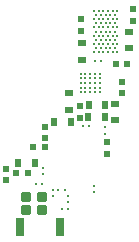
<source format=gbr>
G04 #@! TF.GenerationSoftware,KiCad,Pcbnew,7.0.10-7.0.10~ubuntu20.04.1*
G04 #@! TF.CreationDate,2024-01-02T22:15:02+00:00*
G04 #@! TF.ProjectId,yote,796f7465-2e6b-4696-9361-645f70636258,rev?*
G04 #@! TF.SameCoordinates,Original*
G04 #@! TF.FileFunction,Paste,Top*
G04 #@! TF.FilePolarity,Positive*
%FSLAX46Y46*%
G04 Gerber Fmt 4.6, Leading zero omitted, Abs format (unit mm)*
G04 Created by KiCad (PCBNEW 7.0.10-7.0.10~ubuntu20.04.1) date 2024-01-02 22:15:02*
%MOMM*%
%LPD*%
G01*
G04 APERTURE LIST*
G04 Aperture macros list*
%AMRoundRect*
0 Rectangle with rounded corners*
0 $1 Rounding radius*
0 $2 $3 $4 $5 $6 $7 $8 $9 X,Y pos of 4 corners*
0 Add a 4 corners polygon primitive as box body*
4,1,4,$2,$3,$4,$5,$6,$7,$8,$9,$2,$3,0*
0 Add four circle primitives for the rounded corners*
1,1,$1+$1,$2,$3*
1,1,$1+$1,$4,$5*
1,1,$1+$1,$6,$7*
1,1,$1+$1,$8,$9*
0 Add four rect primitives between the rounded corners*
20,1,$1+$1,$2,$3,$4,$5,0*
20,1,$1+$1,$4,$5,$6,$7,0*
20,1,$1+$1,$6,$7,$8,$9,0*
20,1,$1+$1,$8,$9,$2,$3,0*%
G04 Aperture macros list end*
%ADD10R,0.600000X0.500000*%
%ADD11R,0.600000X0.800000*%
%ADD12R,0.500000X0.600000*%
%ADD13RoundRect,0.100000X0.350000X0.300000X-0.350000X0.300000X-0.350000X-0.300000X0.350000X-0.300000X0*%
%ADD14RoundRect,0.100000X-0.350000X-0.300000X0.350000X-0.300000X0.350000X0.300000X-0.350000X0.300000X0*%
%ADD15R,0.270000X0.250000*%
%ADD16C,0.243840*%
%ADD17R,0.800000X0.600000*%
%ADD18R,0.250000X0.270000*%
%ADD19C,0.152400*%
%ADD20C,0.220000*%
%ADD21R,0.800000X1.600000*%
%ADD22R,0.700000X0.600000*%
G04 APERTURE END LIST*
D10*
X32450000Y47870000D03*
X33450000Y47870000D03*
D11*
X28640000Y43000000D03*
X27240000Y43000000D03*
D12*
X26450000Y42590000D03*
X26450000Y41590000D03*
D13*
X26240000Y36630000D03*
D14*
X24840000Y36630000D03*
X24840000Y35530000D03*
D13*
X26240000Y35530000D03*
D11*
X30150000Y43410000D03*
X31550000Y43410000D03*
D15*
X26290000Y38570000D03*
X26290000Y39120000D03*
D16*
X30600000Y52365000D03*
X31000000Y52365000D03*
X31400000Y52365000D03*
X31800000Y52365000D03*
X32200000Y52365000D03*
X32600000Y52365000D03*
X30800000Y52020000D03*
X31200000Y52020000D03*
X31600000Y52020000D03*
X32000000Y52020000D03*
X32400000Y52020000D03*
X30600000Y51675000D03*
X31000000Y51675000D03*
X31400000Y51675000D03*
X31800000Y51675000D03*
X32200000Y51675000D03*
X32600000Y51675000D03*
X30800000Y51330000D03*
X31200000Y51330000D03*
X31600000Y51330000D03*
X32000000Y51330000D03*
X32400000Y51330000D03*
X30600000Y50985000D03*
X31000000Y50985000D03*
X31400000Y50985000D03*
X31800000Y50985000D03*
X32200000Y50985000D03*
X32600000Y50985000D03*
X30800000Y50640000D03*
X31200000Y50640000D03*
X31600000Y50640000D03*
X32000000Y50640000D03*
X32400000Y50640000D03*
X30600000Y50295000D03*
X31000000Y50295000D03*
X31400000Y50295000D03*
X31800000Y50295000D03*
X32200000Y50295000D03*
X32600000Y50295000D03*
X30800000Y49950000D03*
X31200000Y49950000D03*
X31600000Y49950000D03*
X32000000Y49950000D03*
X32400000Y49950000D03*
X30600000Y49605000D03*
X31000000Y49605000D03*
X31400000Y49605000D03*
X31800000Y49605000D03*
X32200000Y49605000D03*
X32600000Y49605000D03*
X30800000Y49260000D03*
X31200000Y49260000D03*
X31600000Y49260000D03*
X32000000Y49260000D03*
X32400000Y49260000D03*
X30600000Y48915000D03*
X31000000Y48915000D03*
X31400000Y48915000D03*
X31800000Y48915000D03*
X32200000Y48915000D03*
X32600000Y48915000D03*
D17*
X32430000Y44510000D03*
X32430000Y43110000D03*
D15*
X28445000Y36720000D03*
X28445000Y36170000D03*
D18*
X31245000Y48170000D03*
X30695000Y48170000D03*
D19*
X27260000Y38130000D03*
X27260000Y38480000D03*
X27260000Y38830000D03*
X27260000Y39530000D03*
X27260000Y40230000D03*
X27260000Y40930000D03*
X27260000Y41630000D03*
X27260000Y41980000D03*
X27610000Y38130000D03*
X27610000Y38480000D03*
X27610000Y39180000D03*
X27610000Y39530000D03*
X27610000Y39880000D03*
X27610000Y40230000D03*
X27610000Y40580000D03*
X27610000Y40930000D03*
X27610000Y41280000D03*
X27610000Y41630000D03*
X27610000Y41980000D03*
X27960000Y38480000D03*
X27960000Y39180000D03*
X27960000Y39530000D03*
X27960000Y39880000D03*
X27960000Y40230000D03*
X27960000Y40580000D03*
X27960000Y40930000D03*
X27960000Y41280000D03*
X27960000Y41630000D03*
X28310000Y38130000D03*
X28310000Y38480000D03*
X28310000Y41280000D03*
X28310000Y41630000D03*
X28310000Y41980000D03*
X28660000Y38480000D03*
X28660000Y38830000D03*
X28660000Y39180000D03*
X28660000Y39530000D03*
X28660000Y39880000D03*
X28660000Y40230000D03*
X28660000Y40580000D03*
X28660000Y41280000D03*
X28660000Y41630000D03*
X29010000Y38130000D03*
X29010000Y38480000D03*
X29010000Y38830000D03*
X29010000Y39530000D03*
X29010000Y39880000D03*
X29010000Y40230000D03*
X29010000Y40580000D03*
X29010000Y41280000D03*
X29010000Y41630000D03*
X29010000Y41980000D03*
X29360000Y38480000D03*
X29360000Y38830000D03*
X29360000Y39530000D03*
X29360000Y39880000D03*
X29360000Y40230000D03*
X29360000Y40580000D03*
X29360000Y41280000D03*
X29360000Y41630000D03*
X29710000Y38130000D03*
X29710000Y38480000D03*
X29710000Y38830000D03*
X29710000Y41280000D03*
X29710000Y41630000D03*
X29710000Y41980000D03*
X30060000Y38480000D03*
X30060000Y38830000D03*
X30060000Y39180000D03*
X30060000Y39530000D03*
X30060000Y39880000D03*
X30060000Y40230000D03*
X30060000Y40580000D03*
X30060000Y40930000D03*
X30060000Y41280000D03*
X30060000Y41630000D03*
X30410000Y38130000D03*
X30410000Y38480000D03*
X30410000Y38830000D03*
X30410000Y39180000D03*
X30410000Y39530000D03*
X30410000Y39880000D03*
X30410000Y40230000D03*
X30410000Y40580000D03*
X30410000Y40930000D03*
X30410000Y41280000D03*
X30410000Y41630000D03*
X30410000Y41980000D03*
X30760000Y38130000D03*
X30760000Y38830000D03*
X30760000Y39530000D03*
X30760000Y40230000D03*
X30760000Y40930000D03*
X30760000Y41630000D03*
X30760000Y41980000D03*
D10*
X25430000Y40880000D03*
X26430000Y40880000D03*
D15*
X31550000Y41995000D03*
X31550000Y42545000D03*
D20*
X31090000Y47080000D03*
X31090000Y46680000D03*
X31090000Y46280000D03*
X31090000Y45880000D03*
X31090000Y45480000D03*
X30690000Y47080000D03*
X30690000Y46680000D03*
X30690000Y46280000D03*
X30690000Y45880000D03*
X30690000Y45480000D03*
X30290000Y47080000D03*
X30290000Y46680000D03*
X30290000Y46280000D03*
X30290000Y45880000D03*
X30290000Y45480000D03*
X29890000Y47080000D03*
X29890000Y46680000D03*
X29890000Y46280000D03*
X29890000Y45880000D03*
X29890000Y45480000D03*
X29490000Y47080000D03*
X29490000Y46680000D03*
X29490000Y46280000D03*
X29490000Y45880000D03*
X29490000Y45480000D03*
D21*
X27710000Y34110000D03*
X24310000Y34110000D03*
D15*
X30650000Y37565000D03*
X30650000Y37015000D03*
D10*
X24050000Y38630000D03*
X25050000Y38630000D03*
D18*
X28120000Y37250000D03*
X27570000Y37250000D03*
D12*
X32980000Y46410000D03*
X32980000Y45410000D03*
X33910000Y52510000D03*
X33910000Y51510000D03*
X29440000Y43310000D03*
X29440000Y44310000D03*
D15*
X27120000Y37255000D03*
X27120000Y36705000D03*
D17*
X29570000Y48270000D03*
X29570000Y49670000D03*
D18*
X29655000Y42650000D03*
X30205000Y42650000D03*
D17*
X33560000Y50630000D03*
X33560000Y49230000D03*
D22*
X28540000Y45400000D03*
D17*
X28540000Y44000000D03*
D12*
X31740000Y40310000D03*
X31740000Y41310000D03*
D11*
X31570000Y44400000D03*
X30170000Y44400000D03*
D12*
X23190000Y39030000D03*
X23190000Y38030000D03*
D18*
X26255000Y37770000D03*
X25705000Y37770000D03*
D12*
X29540000Y50690000D03*
X29540000Y51690000D03*
D18*
X28445000Y35620000D03*
X27895000Y35620000D03*
D11*
X25620000Y39490000D03*
X24220000Y39490000D03*
M02*

</source>
